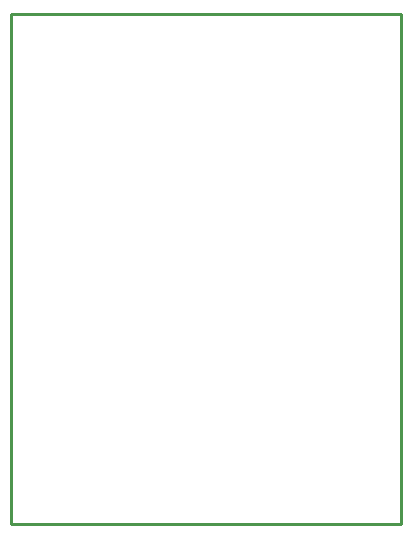
<source format=gbr>
G04 Layer_Color=33789*
%FSLAX44Y44*%
%MOMM*%
G71*
G01*
G75*
%ADD22C,0.2500*%
D22*
X-12750Y-76150D02*
X317500D01*
X-12750D02*
Y355650D01*
X317500Y-76150D02*
Y355650D01*
X-12750D02*
X317500D01*
M02*

</source>
